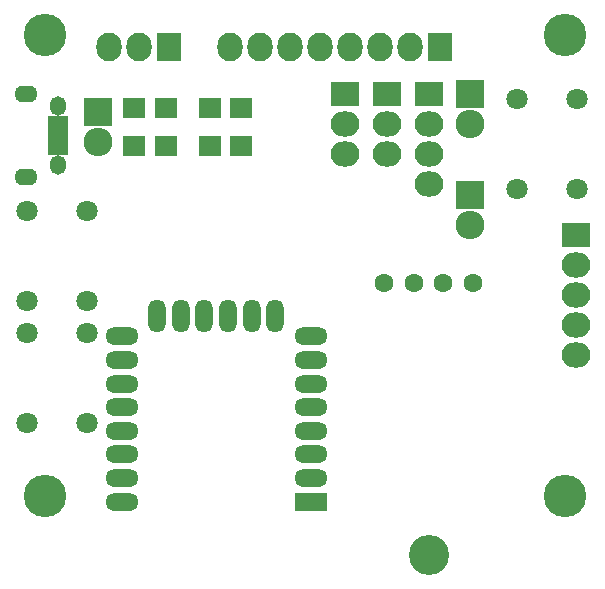
<source format=gts>
G04 #@! TF.FileFunction,Soldermask,Top*
%FSLAX46Y46*%
G04 Gerber Fmt 4.6, Leading zero omitted, Abs format (unit mm)*
G04 Created by KiCad (PCBNEW 4.0.4-1.fc24-product) date Sun Jan 15 22:00:39 2017*
%MOMM*%
%LPD*%
G01*
G04 APERTURE LIST*
%ADD10C,0.100000*%
%ADD11R,2.432000X2.432000*%
%ADD12O,2.432000X2.432000*%
%ADD13R,1.750000X0.800000*%
%ADD14O,1.350000X1.650000*%
%ADD15O,1.950000X1.400000*%
%ADD16R,2.127200X2.432000*%
%ADD17O,2.127200X2.432000*%
%ADD18R,2.432000X2.127200*%
%ADD19O,2.432000X2.127200*%
%ADD20R,1.900000X1.700000*%
%ADD21C,1.797000*%
%ADD22O,1.500000X2.800000*%
%ADD23R,2.800000X1.500000*%
%ADD24O,2.800000X1.500000*%
%ADD25C,3.600000*%
%ADD26C,1.600000*%
%ADD27C,3.400000*%
G04 APERTURE END LIST*
D10*
D11*
X78500000Y-39000000D03*
D12*
X78500000Y-41540000D03*
D13*
X43600000Y-41199100D03*
X43600000Y-41849100D03*
X43600000Y-42499100D03*
X43600000Y-43149100D03*
X43600000Y-43799100D03*
D14*
X43600000Y-39999100D03*
X43600000Y-44999100D03*
D15*
X40900000Y-38999100D03*
X40900000Y-45999100D03*
D16*
X76000000Y-35000000D03*
D17*
X73460000Y-35000000D03*
X70920000Y-35000000D03*
X68380000Y-35000000D03*
X65840000Y-35000000D03*
X63300000Y-35000000D03*
X60760000Y-35000000D03*
X58220000Y-35000000D03*
D18*
X67900000Y-39000000D03*
D19*
X67900000Y-41540000D03*
X67900000Y-44080000D03*
D16*
X53000000Y-35000000D03*
D17*
X50460000Y-35000000D03*
X47920000Y-35000000D03*
D18*
X71500000Y-39000000D03*
D19*
X71500000Y-41540000D03*
X71500000Y-44080000D03*
D18*
X87500000Y-50920000D03*
D19*
X87500000Y-53460000D03*
X87500000Y-56000000D03*
X87500000Y-58540000D03*
X87500000Y-61080000D03*
D20*
X59150000Y-40200000D03*
X56450000Y-40200000D03*
X56450000Y-43400000D03*
X59150000Y-43400000D03*
X52750000Y-40200000D03*
X50050000Y-40200000D03*
X52750000Y-43400000D03*
X50050000Y-43400000D03*
D21*
X82500000Y-39380000D03*
X87580000Y-39380000D03*
X82500000Y-47000000D03*
X87580000Y-47000000D03*
X46040000Y-56500000D03*
X40960000Y-56500000D03*
X46040000Y-48880000D03*
X40960000Y-48880000D03*
X46080000Y-66810000D03*
X41000000Y-66810000D03*
X46080000Y-59190000D03*
X41000000Y-59190000D03*
D22*
X62010000Y-57750000D03*
X60010000Y-57750000D03*
X58010000Y-57750000D03*
X56010000Y-57750000D03*
X54010000Y-57750000D03*
X52010000Y-57750000D03*
D23*
X65000000Y-73500000D03*
D24*
X65000000Y-71500000D03*
X65000000Y-69500000D03*
X65000000Y-67500000D03*
X65000000Y-65500000D03*
X65000000Y-63500000D03*
X65000000Y-61500000D03*
X65000000Y-59500000D03*
X49000000Y-59500000D03*
X49000000Y-61500000D03*
X49000000Y-63500000D03*
X49000000Y-65500000D03*
X49000000Y-67500000D03*
X49000000Y-69500000D03*
X49000000Y-71500000D03*
X49000000Y-73500000D03*
D18*
X75000000Y-39000000D03*
D19*
X75000000Y-41540000D03*
X75000000Y-44080000D03*
X75000000Y-46620000D03*
D11*
X78500000Y-47500000D03*
D12*
X78500000Y-50040000D03*
D11*
X47000000Y-40500000D03*
D12*
X47000000Y-43040000D03*
D25*
X86500000Y-34000000D03*
X86500000Y-73000000D03*
X42500000Y-73000000D03*
X42500000Y-34000000D03*
D26*
X78750000Y-55000000D03*
X76250000Y-55000000D03*
X73750000Y-55000000D03*
X71250000Y-55000000D03*
D27*
X75000000Y-78000000D03*
M02*

</source>
